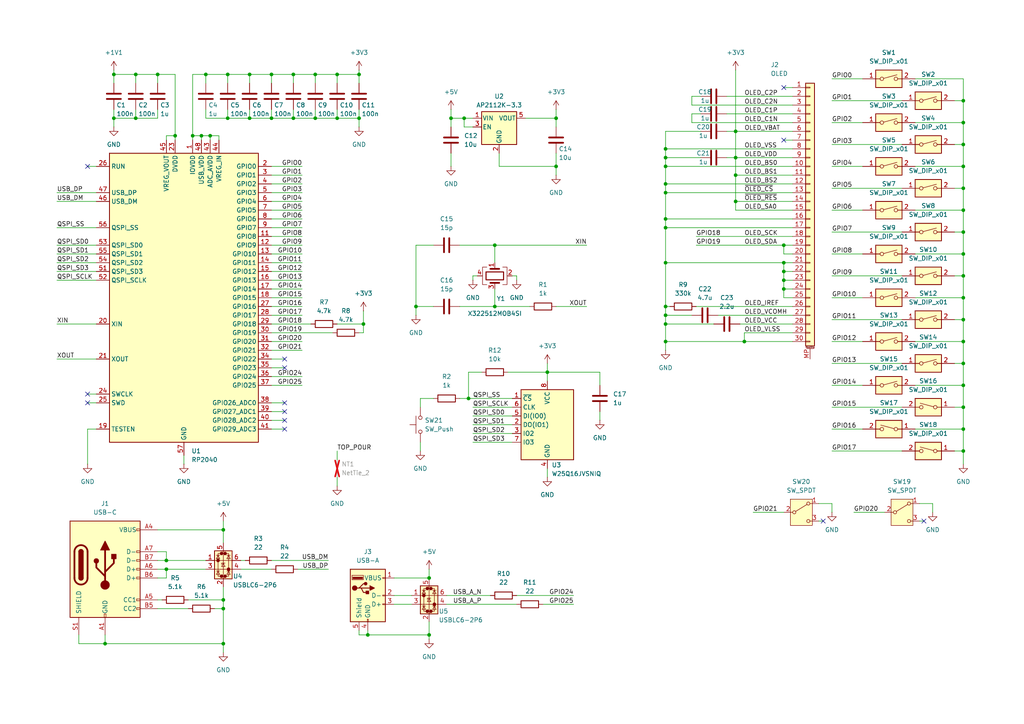
<source format=kicad_sch>
(kicad_sch (version 20231120) (generator "eeschema") (generator_version "8.0")
  (paper "A4")
  (junction (at 48.26 162.56))
  (junction (at 45.72 21.59))
  (junction (at 279.4 73.66))
  (junction (at 130.81 34.29))
  (junction (at 193.04 53.34))
  (junction (at 64.77 173.99))
  (junction (at 193.04 55.88))
  (junction (at 72.39 34.29))
  (junction (at 66.04 34.29))
  (junction (at 58.42 39.37))
  (junction (at 193.04 43.18))
  (junction (at 78.74 34.29))
  (junction (at 135.89 115.57))
  (junction (at 33.02 34.29))
  (junction (at 279.4 99.06))
  (junction (at 227.33 71.12))
  (junction (at 279.4 105.41))
  (junction (at 50.8 39.37))
  (junction (at 215.9 99.06))
  (junction (at 104.14 21.59))
  (junction (at 193.04 63.5))
  (junction (at 143.51 88.9))
  (junction (at 279.4 80.01))
  (junction (at 213.36 50.8))
  (junction (at 55.88 39.37))
  (junction (at 213.36 38.1))
  (junction (at 91.44 21.59))
  (junction (at 39.37 21.59))
  (junction (at 227.33 76.2))
  (junction (at 279.4 67.31))
  (junction (at 193.04 93.98))
  (junction (at 193.04 91.44))
  (junction (at 279.4 86.36))
  (junction (at 193.04 48.26))
  (junction (at 193.04 99.06))
  (junction (at 91.44 34.29))
  (junction (at 227.33 81.28))
  (junction (at 279.4 54.61))
  (junction (at 85.09 21.59))
  (junction (at 161.29 48.26))
  (junction (at 158.75 107.95))
  (junction (at 33.02 21.59))
  (junction (at 59.69 21.59))
  (junction (at 106.68 184.15))
  (junction (at 193.04 45.72))
  (junction (at 279.4 29.21))
  (junction (at 104.14 34.29))
  (junction (at 143.51 71.12))
  (junction (at 279.4 48.26))
  (junction (at 64.77 153.67))
  (junction (at 279.4 35.56))
  (junction (at 124.46 184.15))
  (junction (at 213.36 58.42))
  (junction (at 97.79 21.59))
  (junction (at 279.4 130.81))
  (junction (at 279.4 41.91))
  (junction (at 97.79 34.29))
  (junction (at 193.04 66.04))
  (junction (at 85.09 34.29))
  (junction (at 60.96 39.37))
  (junction (at 279.4 118.11))
  (junction (at 279.4 111.76))
  (junction (at 64.77 176.53))
  (junction (at 64.77 186.69))
  (junction (at 66.04 21.59))
  (junction (at 72.39 21.59))
  (junction (at 30.48 186.69))
  (junction (at 161.29 34.29))
  (junction (at 193.04 76.2))
  (junction (at 279.4 124.46))
  (junction (at 213.36 45.72))
  (junction (at 78.74 21.59))
  (junction (at 39.37 34.29))
  (junction (at 279.4 92.71))
  (junction (at 120.65 88.9))
  (junction (at 227.33 78.74))
  (junction (at 193.04 88.9))
  (junction (at 134.62 34.29))
  (junction (at 48.26 165.1))
  (junction (at 105.41 93.98))
  (junction (at 227.33 83.82))
  (junction (at 124.46 167.64))
  (junction (at 279.4 60.96))
  (no_connect (at 82.55 121.92))
  (no_connect (at 25.4 48.26))
  (no_connect (at 82.55 119.38))
  (no_connect (at 82.55 116.84))
  (no_connect (at 82.55 124.46))
  (no_connect (at 25.4 116.84))
  (no_connect (at 82.55 106.68))
  (no_connect (at 238.76 151.13))
  (no_connect (at 82.55 104.14))
  (no_connect (at 25.4 114.3))
  (no_connect (at 227.33 25.4))
  (no_connect (at 267.97 151.13))
  (no_connect (at 227.33 40.64))
  (wire (pts (xy 33.02 20.32) (xy 33.02 21.59)))
  (wire (pts (xy 16.51 76.2) (xy 27.94 76.2)))
  (wire (pts (xy 78.74 48.26) (xy 87.63 48.26)))
  (wire (pts (xy 134.62 36.83) (xy 134.62 34.29)))
  (wire (pts (xy 121.92 128.27) (xy 121.92 130.81)))
  (wire (pts (xy 241.3 54.61) (xy 261.62 54.61)))
  (wire (pts (xy 213.36 38.1) (xy 213.36 45.72)))
  (wire (pts (xy 72.39 21.59) (xy 78.74 21.59)))
  (wire (pts (xy 147.32 107.95) (xy 158.75 107.95)))
  (wire (pts (xy 78.74 66.04) (xy 87.63 66.04)))
  (wire (pts (xy 193.04 76.2) (xy 193.04 88.9)))
  (wire (pts (xy 200.66 27.94) (xy 200.66 30.48)))
  (wire (pts (xy 241.3 105.41) (xy 261.62 105.41)))
  (wire (pts (xy 276.86 80.01) (xy 279.4 80.01)))
  (wire (pts (xy 237.49 151.13) (xy 238.76 151.13)))
  (wire (pts (xy 241.3 67.31) (xy 261.62 67.31)))
  (wire (pts (xy 193.04 66.04) (xy 229.87 66.04)))
  (wire (pts (xy 227.33 86.36) (xy 229.87 86.36)))
  (wire (pts (xy 48.26 40.64) (xy 48.26 39.37)))
  (wire (pts (xy 72.39 21.59) (xy 72.39 24.13)))
  (wire (pts (xy 125.73 115.57) (xy 121.92 115.57)))
  (wire (pts (xy 241.3 41.91) (xy 261.62 41.91)))
  (wire (pts (xy 241.3 111.76) (xy 250.19 111.76)))
  (wire (pts (xy 276.86 54.61) (xy 279.4 54.61)))
  (wire (pts (xy 143.51 88.9) (xy 133.35 88.9)))
  (wire (pts (xy 193.04 53.34) (xy 229.87 53.34)))
  (wire (pts (xy 60.96 39.37) (xy 63.5 39.37)))
  (wire (pts (xy 133.35 115.57) (xy 135.89 115.57)))
  (wire (pts (xy 137.16 123.19) (xy 148.59 123.19)))
  (wire (pts (xy 279.4 111.76) (xy 279.4 105.41)))
  (wire (pts (xy 104.14 31.75) (xy 104.14 34.29)))
  (wire (pts (xy 193.04 76.2) (xy 227.33 76.2)))
  (wire (pts (xy 279.4 41.91) (xy 279.4 35.56)))
  (wire (pts (xy 45.72 160.02) (xy 48.26 160.02)))
  (wire (pts (xy 39.37 34.29) (xy 33.02 34.29)))
  (wire (pts (xy 114.3 172.72) (xy 119.38 172.72)))
  (wire (pts (xy 193.04 91.44) (xy 193.04 93.98)))
  (wire (pts (xy 85.09 34.29) (xy 78.74 34.29)))
  (wire (pts (xy 158.75 135.89) (xy 158.75 138.43)))
  (wire (pts (xy 229.87 73.66) (xy 227.33 73.66)))
  (wire (pts (xy 265.43 73.66) (xy 279.4 73.66)))
  (wire (pts (xy 105.41 90.17) (xy 105.41 93.98)))
  (wire (pts (xy 229.87 78.74) (xy 227.33 78.74)))
  (wire (pts (xy 161.29 31.75) (xy 161.29 34.29)))
  (wire (pts (xy 143.51 71.12) (xy 143.51 76.2)))
  (wire (pts (xy 158.75 107.95) (xy 158.75 110.49)))
  (wire (pts (xy 120.65 88.9) (xy 125.73 88.9)))
  (wire (pts (xy 137.16 125.73) (xy 148.59 125.73)))
  (wire (pts (xy 124.46 167.64) (xy 124.46 165.1)))
  (wire (pts (xy 104.14 184.15) (xy 106.68 184.15)))
  (wire (pts (xy 193.04 99.06) (xy 215.9 99.06)))
  (wire (pts (xy 66.04 21.59) (xy 72.39 21.59)))
  (wire (pts (xy 203.2 27.94) (xy 200.66 27.94)))
  (wire (pts (xy 78.74 34.29) (xy 72.39 34.29)))
  (wire (pts (xy 265.43 86.36) (xy 279.4 86.36)))
  (wire (pts (xy 241.3 60.96) (xy 250.19 60.96)))
  (wire (pts (xy 157.48 175.26) (xy 166.37 175.26)))
  (wire (pts (xy 227.33 71.12) (xy 229.87 71.12)))
  (wire (pts (xy 143.51 88.9) (xy 153.67 88.9)))
  (wire (pts (xy 97.79 21.59) (xy 104.14 21.59)))
  (wire (pts (xy 276.86 41.91) (xy 279.4 41.91)))
  (wire (pts (xy 213.36 50.8) (xy 213.36 58.42)))
  (wire (pts (xy 104.14 34.29) (xy 97.79 34.29)))
  (wire (pts (xy 78.74 91.44) (xy 87.63 91.44)))
  (wire (pts (xy 86.36 165.1) (xy 95.25 165.1)))
  (wire (pts (xy 213.36 45.72) (xy 229.87 45.72)))
  (wire (pts (xy 129.54 175.26) (xy 149.86 175.26)))
  (wire (pts (xy 137.16 118.11) (xy 148.59 118.11)))
  (wire (pts (xy 276.86 67.31) (xy 279.4 67.31)))
  (wire (pts (xy 64.77 151.13) (xy 64.77 153.67)))
  (wire (pts (xy 64.77 176.53) (xy 64.77 186.69)))
  (wire (pts (xy 97.79 34.29) (xy 91.44 34.29)))
  (wire (pts (xy 130.81 31.75) (xy 130.81 34.29)))
  (wire (pts (xy 78.74 124.46) (xy 82.55 124.46)))
  (wire (pts (xy 193.04 48.26) (xy 229.87 48.26)))
  (wire (pts (xy 130.81 34.29) (xy 134.62 34.29)))
  (wire (pts (xy 241.3 22.86) (xy 250.19 22.86)))
  (wire (pts (xy 193.04 38.1) (xy 193.04 43.18)))
  (wire (pts (xy 213.36 60.96) (xy 229.87 60.96)))
  (wire (pts (xy 48.26 160.02) (xy 48.26 162.56)))
  (wire (pts (xy 33.02 21.59) (xy 39.37 21.59)))
  (wire (pts (xy 241.3 99.06) (xy 250.19 99.06)))
  (wire (pts (xy 72.39 34.29) (xy 66.04 34.29)))
  (wire (pts (xy 78.74 71.12) (xy 87.63 71.12)))
  (wire (pts (xy 161.29 48.26) (xy 161.29 50.8)))
  (wire (pts (xy 78.74 78.74) (xy 87.63 78.74)))
  (wire (pts (xy 276.86 29.21) (xy 279.4 29.21)))
  (wire (pts (xy 137.16 120.65) (xy 148.59 120.65)))
  (wire (pts (xy 213.36 50.8) (xy 229.87 50.8)))
  (wire (pts (xy 135.89 107.95) (xy 135.89 115.57)))
  (wire (pts (xy 214.63 93.98) (xy 229.87 93.98)))
  (wire (pts (xy 213.36 58.42) (xy 229.87 58.42)))
  (wire (pts (xy 104.14 20.32) (xy 104.14 21.59)))
  (wire (pts (xy 143.51 83.82) (xy 143.51 88.9)))
  (wire (pts (xy 241.3 29.21) (xy 261.62 29.21)))
  (wire (pts (xy 78.74 31.75) (xy 78.74 34.29)))
  (wire (pts (xy 193.04 55.88) (xy 229.87 55.88)))
  (wire (pts (xy 279.4 130.81) (xy 279.4 124.46)))
  (wire (pts (xy 213.36 58.42) (xy 213.36 60.96)))
  (wire (pts (xy 69.85 162.56) (xy 71.12 162.56)))
  (wire (pts (xy 39.37 21.59) (xy 39.37 24.13)))
  (wire (pts (xy 58.42 39.37) (xy 55.88 39.37)))
  (wire (pts (xy 143.51 71.12) (xy 170.18 71.12)))
  (wire (pts (xy 16.51 104.14) (xy 27.94 104.14)))
  (wire (pts (xy 210.82 45.72) (xy 213.36 45.72)))
  (wire (pts (xy 241.3 118.11) (xy 261.62 118.11)))
  (wire (pts (xy 144.78 48.26) (xy 161.29 48.26)))
  (wire (pts (xy 265.43 99.06) (xy 279.4 99.06)))
  (wire (pts (xy 60.96 39.37) (xy 60.96 40.64)))
  (wire (pts (xy 45.72 31.75) (xy 45.72 34.29)))
  (wire (pts (xy 200.66 33.02) (xy 200.66 35.56)))
  (wire (pts (xy 152.4 34.29) (xy 161.29 34.29)))
  (wire (pts (xy 208.28 91.44) (xy 229.87 91.44)))
  (wire (pts (xy 137.16 80.01) (xy 137.16 81.28)))
  (wire (pts (xy 279.4 118.11) (xy 279.4 111.76)))
  (wire (pts (xy 200.66 35.56) (xy 229.87 35.56)))
  (wire (pts (xy 33.02 31.75) (xy 33.02 34.29)))
  (wire (pts (xy 241.3 130.81) (xy 261.62 130.81)))
  (wire (pts (xy 193.04 88.9) (xy 194.31 88.9)))
  (wire (pts (xy 120.65 71.12) (xy 125.73 71.12)))
  (wire (pts (xy 78.74 121.92) (xy 82.55 121.92)))
  (wire (pts (xy 265.43 124.46) (xy 279.4 124.46)))
  (wire (pts (xy 279.4 86.36) (xy 279.4 80.01)))
  (wire (pts (xy 104.14 34.29) (xy 104.14 36.83)))
  (wire (pts (xy 193.04 43.18) (xy 193.04 45.72)))
  (wire (pts (xy 215.9 96.52) (xy 215.9 99.06)))
  (wire (pts (xy 59.69 21.59) (xy 66.04 21.59)))
  (wire (pts (xy 161.29 48.26) (xy 161.29 44.45)))
  (wire (pts (xy 78.74 111.76) (xy 87.63 111.76)))
  (wire (pts (xy 193.04 48.26) (xy 193.04 53.34)))
  (wire (pts (xy 45.72 21.59) (xy 45.72 24.13)))
  (wire (pts (xy 78.74 116.84) (xy 82.55 116.84)))
  (wire (pts (xy 104.14 182.88) (xy 104.14 184.15)))
  (wire (pts (xy 148.59 80.01) (xy 149.86 80.01)))
  (wire (pts (xy 78.74 68.58) (xy 87.63 68.58)))
  (wire (pts (xy 114.3 175.26) (xy 119.38 175.26)))
  (wire (pts (xy 130.81 44.45) (xy 130.81 48.26)))
  (wire (pts (xy 78.74 88.9) (xy 87.63 88.9)))
  (wire (pts (xy 78.74 55.88) (xy 87.63 55.88)))
  (wire (pts (xy 193.04 66.04) (xy 193.04 63.5)))
  (wire (pts (xy 279.4 124.46) (xy 279.4 118.11)))
  (wire (pts (xy 78.74 106.68) (xy 82.55 106.68)))
  (wire (pts (xy 55.88 21.59) (xy 59.69 21.59)))
  (wire (pts (xy 45.72 21.59) (xy 50.8 21.59)))
  (wire (pts (xy 78.74 81.28) (xy 87.63 81.28)))
  (wire (pts (xy 30.48 186.69) (xy 64.77 186.69)))
  (wire (pts (xy 78.74 93.98) (xy 90.17 93.98)))
  (wire (pts (xy 279.4 134.62) (xy 279.4 130.81)))
  (wire (pts (xy 97.79 138.43) (xy 97.79 140.97)))
  (wire (pts (xy 218.44 148.59) (xy 227.33 148.59)))
  (wire (pts (xy 237.49 146.05) (xy 241.3 146.05)))
  (wire (pts (xy 91.44 21.59) (xy 91.44 24.13)))
  (wire (pts (xy 124.46 184.15) (xy 124.46 185.42)))
  (wire (pts (xy 241.3 73.66) (xy 250.19 73.66)))
  (wire (pts (xy 279.4 73.66) (xy 279.4 67.31)))
  (wire (pts (xy 72.39 31.75) (xy 72.39 34.29)))
  (wire (pts (xy 161.29 88.9) (xy 170.18 88.9)))
  (wire (pts (xy 78.74 73.66) (xy 87.63 73.66)))
  (wire (pts (xy 210.82 27.94) (xy 229.87 27.94)))
  (wire (pts (xy 64.77 153.67) (xy 64.77 157.48)))
  (wire (pts (xy 265.43 48.26) (xy 279.4 48.26)))
  (wire (pts (xy 106.68 182.88) (xy 106.68 184.15)))
  (wire (pts (xy 193.04 63.5) (xy 193.04 55.88)))
  (wire (pts (xy 227.33 76.2) (xy 229.87 76.2)))
  (wire (pts (xy 45.72 34.29) (xy 39.37 34.29)))
  (wire (pts (xy 144.78 44.45) (xy 144.78 48.26)))
  (wire (pts (xy 54.61 173.99) (xy 64.77 173.99)))
  (wire (pts (xy 241.3 80.01) (xy 261.62 80.01)))
  (wire (pts (xy 279.4 54.61) (xy 279.4 48.26)))
  (wire (pts (xy 78.74 63.5) (xy 87.63 63.5)))
  (wire (pts (xy 78.74 109.22) (xy 87.63 109.22)))
  (wire (pts (xy 78.74 83.82) (xy 87.63 83.82)))
  (wire (pts (xy 193.04 45.72) (xy 193.04 48.26)))
  (wire (pts (xy 78.74 76.2) (xy 87.63 76.2)))
  (wire (pts (xy 78.74 119.38) (xy 82.55 119.38)))
  (wire (pts (xy 59.69 31.75) (xy 59.69 34.29)))
  (wire (pts (xy 279.4 35.56) (xy 279.4 29.21)))
  (wire (pts (xy 201.93 71.12) (xy 227.33 71.12)))
  (wire (pts (xy 114.3 167.64) (xy 124.46 167.64)))
  (wire (pts (xy 227.33 25.4) (xy 229.87 25.4)))
  (wire (pts (xy 22.86 184.15) (xy 22.86 186.69)))
  (wire (pts (xy 22.86 186.69) (xy 30.48 186.69)))
  (wire (pts (xy 78.74 50.8) (xy 87.63 50.8)))
  (wire (pts (xy 25.4 116.84) (xy 27.94 116.84)))
  (wire (pts (xy 16.51 71.12) (xy 27.94 71.12)))
  (wire (pts (xy 58.42 39.37) (xy 60.96 39.37)))
  (wire (pts (xy 241.3 35.56) (xy 250.19 35.56)))
  (wire (pts (xy 120.65 91.44) (xy 120.65 88.9)))
  (wire (pts (xy 158.75 107.95) (xy 173.99 107.95)))
  (wire (pts (xy 135.89 115.57) (xy 148.59 115.57)))
  (wire (pts (xy 279.4 67.31) (xy 279.4 60.96)))
  (wire (pts (xy 39.37 31.75) (xy 39.37 34.29)))
  (wire (pts (xy 66.04 34.29) (xy 59.69 34.29)))
  (wire (pts (xy 78.74 21.59) (xy 85.09 21.59)))
  (wire (pts (xy 149.86 80.01) (xy 149.86 81.28)))
  (wire (pts (xy 213.36 50.8) (xy 213.36 45.72)))
  (wire (pts (xy 134.62 34.29) (xy 137.16 34.29)))
  (wire (pts (xy 85.09 31.75) (xy 85.09 34.29)))
  (wire (pts (xy 45.72 167.64) (xy 48.26 167.64)))
  (wire (pts (xy 50.8 39.37) (xy 50.8 40.64)))
  (wire (pts (xy 78.74 99.06) (xy 87.63 99.06)))
  (wire (pts (xy 78.74 58.42) (xy 87.63 58.42)))
  (wire (pts (xy 85.09 21.59) (xy 85.09 24.13)))
  (wire (pts (xy 158.75 105.41) (xy 158.75 107.95)))
  (wire (pts (xy 62.23 176.53) (xy 64.77 176.53)))
  (wire (pts (xy 227.33 81.28) (xy 227.33 83.82)))
  (wire (pts (xy 173.99 111.76) (xy 173.99 107.95)))
  (wire (pts (xy 50.8 21.59) (xy 50.8 39.37)))
  (wire (pts (xy 45.72 173.99) (xy 46.99 173.99)))
  (wire (pts (xy 16.51 58.42) (xy 27.94 58.42)))
  (wire (pts (xy 78.74 104.14) (xy 82.55 104.14)))
  (wire (pts (xy 25.4 134.62) (xy 25.4 124.46)))
  (wire (pts (xy 25.4 124.46) (xy 27.94 124.46)))
  (wire (pts (xy 137.16 128.27) (xy 148.59 128.27)))
  (wire (pts (xy 213.36 20.32) (xy 213.36 38.1)))
  (wire (pts (xy 16.51 93.98) (xy 27.94 93.98)))
  (wire (pts (xy 91.44 34.29) (xy 85.09 34.29)))
  (wire (pts (xy 241.3 124.46) (xy 250.19 124.46)))
  (wire (pts (xy 16.51 73.66) (xy 27.94 73.66)))
  (wire (pts (xy 104.14 96.52) (xy 105.41 96.52)))
  (wire (pts (xy 227.33 76.2) (xy 227.33 78.74)))
  (wire (pts (xy 58.42 40.64) (xy 58.42 39.37)))
  (wire (pts (xy 161.29 34.29) (xy 161.29 36.83)))
  (wire (pts (xy 215.9 96.52) (xy 229.87 96.52)))
  (wire (pts (xy 227.33 78.74) (xy 227.33 81.28)))
  (wire (pts (xy 193.04 45.72) (xy 203.2 45.72)))
  (wire (pts (xy 120.65 88.9) (xy 120.65 71.12)))
  (wire (pts (xy 276.86 130.81) (xy 279.4 130.81)))
  (wire (pts (xy 227.33 83.82) (xy 227.33 86.36)))
  (wire (pts (xy 104.14 21.59) (xy 104.14 24.13)))
  (wire (pts (xy 227.33 81.28) (xy 229.87 81.28)))
  (wire (pts (xy 276.86 92.71) (xy 279.4 92.71)))
  (wire (pts (xy 139.7 107.95) (xy 135.89 107.95)))
  (wire (pts (xy 201.93 68.58) (xy 229.87 68.58)))
  (wire (pts (xy 266.7 151.13) (xy 267.97 151.13)))
  (wire (pts (xy 91.44 31.75) (xy 91.44 34.29)))
  (wire (pts (xy 45.72 153.67) (xy 64.77 153.67)))
  (wire (pts (xy 91.44 21.59) (xy 97.79 21.59)))
  (wire (pts (xy 78.74 96.52) (xy 96.52 96.52)))
  (wire (pts (xy 137.16 36.83) (xy 134.62 36.83)))
  (wire (pts (xy 265.43 35.56) (xy 279.4 35.56)))
  (wire (pts (xy 16.51 81.28) (xy 27.94 81.28)))
  (wire (pts (xy 265.43 111.76) (xy 279.4 111.76)))
  (wire (pts (xy 200.66 91.44) (xy 193.04 91.44)))
  (wire (pts (xy 200.66 30.48) (xy 229.87 30.48)))
  (wire (pts (xy 78.74 86.36) (xy 87.63 86.36)))
  (wire (pts (xy 227.33 73.66) (xy 227.33 71.12)))
  (wire (pts (xy 193.04 66.04) (xy 193.04 76.2)))
  (wire (pts (xy 78.74 101.6) (xy 87.63 101.6)))
  (wire (pts (xy 279.4 29.21) (xy 279.4 22.86)))
  (wire (pts (xy 276.86 118.11) (xy 279.4 118.11)))
  (wire (pts (xy 97.79 21.59) (xy 97.79 24.13)))
  (wire (pts (xy 64.77 186.69) (xy 64.77 189.23)))
  (wire (pts (xy 193.04 43.18) (xy 229.87 43.18)))
  (wire (pts (xy 45.72 176.53) (xy 54.61 176.53)))
  (wire (pts (xy 193.04 53.34) (xy 193.04 55.88)))
  (wire (pts (xy 25.4 114.3) (xy 27.94 114.3)))
  (wire (pts (xy 279.4 92.71) (xy 279.4 86.36)))
  (wire (pts (xy 193.04 91.44) (xy 193.04 88.9)))
  (wire (pts (xy 97.79 130.81) (xy 97.79 133.35)))
  (wire (pts (xy 30.48 184.15) (xy 30.48 186.69)))
  (wire (pts (xy 69.85 165.1) (xy 78.74 165.1)))
  (wire (pts (xy 106.68 184.15) (xy 124.46 184.15)))
  (wire (pts (xy 48.26 167.64) (xy 48.26 165.1)))
  (wire (pts (xy 105.41 96.52) (xy 105.41 93.98)))
  (wire (pts (xy 53.34 132.08) (xy 53.34 134.62)))
  (wire (pts (xy 247.65 148.59) (xy 256.54 148.59)))
  (wire (pts (xy 241.3 146.05) (xy 241.3 148.59)))
  (wire (pts (xy 97.79 93.98) (xy 105.41 93.98)))
  (wire (pts (xy 173.99 121.92) (xy 173.99 119.38)))
  (wire (pts (xy 133.35 71.12) (xy 143.51 71.12)))
  (wire (pts (xy 97.79 31.75) (xy 97.79 34.29)))
  (wire (pts (xy 279.4 105.41) (xy 279.4 99.06)))
  (wire (pts (xy 130.81 34.29) (xy 130.81 36.83)))
  (wire (pts (xy 66.04 21.59) (xy 66.04 24.13)))
  (wire (pts (xy 279.4 99.06) (xy 279.4 92.71)))
  (wire (pts (xy 66.04 31.75) (xy 66.04 34.29)))
  (wire (pts (xy 124.46 180.34) (xy 124.46 184.15)))
  (wire (pts (xy 55.88 21.59) (xy 55.88 39.37)))
  (wire (pts (xy 129.54 172.72) (xy 142.24 172.72)))
  (wire (pts (xy 203.2 38.1) (xy 193.04 38.1)))
  (wire (pts (xy 78.74 162.56) (xy 95.25 162.56)))
  (wire (pts (xy 45.72 165.1) (xy 48.26 165.1)))
  (wire (pts (xy 266.7 146.05) (xy 270.51 146.05)))
  (wire (pts (xy 121.92 115.57) (xy 121.92 118.11)))
  (wire (pts (xy 279.4 22.86) (xy 265.43 22.86)))
  (wire (pts (xy 39.37 21.59) (xy 45.72 21.59)))
  (wire (pts (xy 78.74 21.59) (xy 78.74 24.13)))
  (wire (pts (xy 279.4 80.01) (xy 279.4 73.66)))
  (wire (pts (xy 279.4 60.96) (xy 279.4 54.61)))
  (wire (pts (xy 33.02 34.29) (xy 33.02 36.83)))
  (wire (pts (xy 55.88 39.37) (xy 55.88 40.64)))
  (wire (pts (xy 227.33 40.64) (xy 229.87 40.64)))
  (wire (pts (xy 16.51 55.88) (xy 27.94 55.88)))
  (wire (pts (xy 201.93 88.9) (xy 229.87 88.9)))
  (wire (pts (xy 193.04 99.06) (xy 193.04 101.6)))
  (wire (pts (xy 78.74 53.34) (xy 87.63 53.34)))
  (wire (pts (xy 270.51 146.05) (xy 270.51 148.59)))
  (wire (pts (xy 63.5 39.37) (xy 63.5 40.64)))
  (wire (pts (xy 25.4 48.26) (xy 27.94 48.26)))
  (wire (pts (xy 33.02 21.59) (xy 33.02 24.13)))
  (wire (pts (xy 64.77 170.18) (xy 64.77 173.99)))
  (wire (pts (xy 48.26 165.1) (xy 59.69 165.1)))
  (wire (pts (xy 227.33 83.82) (xy 229.87 83.82)))
  (wire (pts (xy 48.26 39.37) (xy 50.8 39.37)))
  (wire (pts (xy 16.51 78.74) (xy 27.94 78.74)))
  (wire (pts (xy 16.51 66.04) (xy 27.94 66.04)))
  (wire (pts (xy 210.82 38.1) (xy 213.36 38.1)))
  (wire (pts (xy 45.72 162.56) (xy 48.26 162.56)))
  (wire (pts (xy 78.74 60.96) (xy 87.63 60.96)))
  (wire (pts (xy 193.04 63.5) (xy 229.87 63.5)))
  (wire (pts (xy 203.2 33.02) (xy 200.66 33.02)))
  (wire (pts (xy 85.09 21.59) (xy 91.44 21.59)))
  (wire (pts (xy 210.82 33.02) (xy 229.87 33.02)))
  (wire (pts (xy 265.43 60.96) (xy 279.4 60.96)))
  (wire (pts (xy 64.77 173.99) (xy 64.77 176.53)))
  (wire (pts (xy 48.26 162.56) (xy 59.69 162.56)))
  (wire (pts (xy 138.43 80.01) (xy 137.16 80.01)))
  (wire (pts (xy 276.86 105.41) (xy 279.4 105.41)))
  (wire (pts (xy 241.3 92.71) (xy 261.62 92.71)))
  (wire (pts (xy 213.36 38.1) (xy 229.87 38.1)))
  (wire (pts (xy 279.4 48.26) (xy 279.4 41.91)))
  (wire (pts (xy 215.9 99.06) (xy 229.87 99.06)))
  (wire (pts (xy 149.86 172.72) (xy 166.37 172.72)))
  (wire (pts (xy 59.69 21.59) (xy 59.69 24.13)))
  (wire (pts (xy 193.04 93.98) (xy 193.04 99.06)))
  (wire (pts (xy 193.04 93.98) (xy 207.01 93.98)))
  (wire (pts (xy 241.3 86.36) (xy 250.19 86.36)))
  (wire (pts (xy 241.3 48.26) (xy 250.19 48.26)))
  (label "GPIO1" (at 241.3 29.21 0))
  (label "OLED_BS0" (at 215.9 48.26 0))
  (label "GPIO8" (at 87.63 68.58 180))
  (label "OLED_C2N" (at 215.9 30.48 0))
  (label "~{OLED_CS}" (at 215.9 55.88 0))
  (label "GPIO5" (at 87.63 60.96 180))
  (label "GPIO13" (at 87.63 81.28 180))
  (label "XOUT" (at 16.51 104.14 0))
  (label "GPIO2" (at 87.63 53.34 180))
  (label "OLED_VDD" (at 215.9 45.72 0))
  (label "QSPI_SD3" (at 137.16 128.27 0))
  (label "QSPI_SCLK" (at 16.51 81.28 0))
  (label "GPIO13" (at 241.3 105.41 0))
  (label "XIN" (at 170.18 71.12 180))
  (label "GPIO19" (at 201.93 71.12 0))
  (label "USB_DM" (at 16.51 58.42 0))
  (label "GPIO9" (at 87.63 71.12 180))
  (label "GPIO2" (at 241.3 35.56 0))
  (label "OLED_VBAT" (at 215.9 38.1 0))
  (label "GPIO17" (at 241.3 130.81 0))
  (label "GPIO18" (at 87.63 93.98 180))
  (label "QSPI_SD2" (at 137.16 125.73 0))
  (label "QSPI_SD1" (at 16.51 73.66 0))
  (label "GPIO19" (at 87.63 96.52 180))
  (label "QSPI_SS" (at 137.16 115.57 0))
  (label "GPIO20" (at 247.65 148.59 0))
  (label "GPIO0" (at 241.3 22.86 0))
  (label "GPIO4" (at 87.63 58.42 180))
  (label "GPIO12" (at 87.63 78.74 180))
  (label "QSPI_SCLK" (at 137.16 118.11 0))
  (label "OLED_C1P" (at 215.9 33.02 0))
  (label "GPIO6" (at 87.63 63.5 180))
  (label "GPIO8" (at 241.3 73.66 0))
  (label "GPIO4" (at 241.3 48.26 0))
  (label "USB_A_P" (at 139.7 175.26 180))
  (label "QSPI_SD2" (at 16.51 76.2 0))
  (label "GPIO16" (at 87.63 88.9 180))
  (label "XOUT" (at 170.18 88.9 180))
  (label "OLED_BS2" (at 215.9 53.34 0))
  (label "GPIO3" (at 87.63 55.88 180))
  (label "USB_DP" (at 16.51 55.88 0))
  (label "USB_A_N" (at 139.7 172.72 180))
  (label "GPIO10" (at 241.3 86.36 0))
  (label "GPIO18" (at 201.93 68.58 0))
  (label "GPIO1" (at 87.63 50.8 180))
  (label "QSPI_SD0" (at 16.51 71.12 0))
  (label "GPIO14" (at 87.63 83.82 180))
  (label "OLED_SDA" (at 215.9 71.12 0))
  (label "GPIO21" (at 87.63 101.6 180))
  (label "GPIO15" (at 87.63 86.36 180))
  (label "USB_DM" (at 95.25 162.56 180))
  (label "GPIO17" (at 87.63 91.44 180))
  (label "GPIO10" (at 87.63 73.66 180))
  (label "GPIO9" (at 241.3 80.01 0))
  (label "GPIO25" (at 87.63 111.76 180))
  (label "TOP_POUR" (at 97.79 130.81 0))
  (label "GPIO11" (at 241.3 92.71 0))
  (label "OLED_BS1" (at 215.9 50.8 0))
  (label "GPIO3" (at 241.3 41.91 0))
  (label "XIN" (at 16.51 93.98 0))
  (label "OLED_VSS" (at 215.9 43.18 0))
  (label "OLED_VCOMH" (at 215.9 91.44 0))
  (label "OLED_SCK" (at 215.9 68.58 0))
  (label "GPIO11" (at 87.63 76.2 180))
  (label "GPIO21" (at 218.44 148.59 0))
  (label "GPIO5" (at 241.3 54.61 0))
  (label "GPIO0" (at 87.63 48.26 180))
  (label "GPIO14" (at 241.3 111.76 0))
  (label "OLED_VCC" (at 215.9 93.98 0))
  (label "GPIO15" (at 241.3 118.11 0))
  (label "OLED_C1N" (at 215.9 35.56 0))
  (label "GPIO24" (at 166.37 172.72 180))
  (label "OLED_VLSS" (at 215.9 96.52 0))
  (label "USB_DP" (at 95.25 165.1 180))
  (label "QSPI_SS" (at 16.51 66.04 0))
  (label "GPIO7" (at 87.63 66.04 180))
  (label "OLED_IREF" (at 215.9 88.9 0))
  (label "OLED_SA0" (at 215.9 60.96 0))
  (label "QSPI_SD1" (at 137.16 123.19 0))
  (label "GPIO7" (at 241.3 67.31 0))
  (label "~{OLED_RES}" (at 215.9 58.42 0))
  (label "OLED_C2P" (at 215.9 27.94 0))
  (label "GPIO25" (at 166.37 175.26 180))
  (label "GPIO16" (at 241.3 124.46 0))
  (label "GPIO24" (at 87.63 109.22 180))
  (label "GPIO20" (at 87.63 99.06 180))
  (label "GPIO12" (at 241.3 99.06 0))
  (label "QSPI_SD3" (at 16.51 78.74 0))
  (label "GPIO6" (at 241.3 60.96 0))
  (label "QSPI_SD0" (at 137.16 120.65 0))
  (symbol (lib_id "Device:C") (at 207.01 38.1 90) (unit 1)
    (property "Reference" "C20" (at 203.962 36.83 90))
    (property "Value" "1u" (at 203.962 39.37 90))
    (property "Footprint" "Capacitor_SMD:C_0402_1005Metric" (effects (hide yes)))
    (property "Description" "Unpolarized capacitor" (effects (hide yes)))
    (property "LCSC" "C52923" (effects (hide yes)))
  )
  (symbol (lib_id "power:GND") (at 279.4 134.62 0) (unit 1)
    (property "Reference" "#PWR01" (effects (hide yes)))
    (property "Value" "GND" (at 279.4 139.7 0))
    (property "Description" "Power symbol creates a global label with name \"GND\" , ground" (effects (hide yes)))
  )
  (symbol (lib_id "Device:C") (at 129.54 88.9 90) (unit 1)
    (property "Reference" "C16" (at 129.54 81.28 90))
    (property "Value" "15p" (at 129.54 83.82 90))
    (property "Footprint" "Capacitor_SMD:C_0402_1005Metric" (effects (hide yes)))
    (property "Description" "Unpolarized capacitor" (effects (hide yes)))
    (property "LCSC" "C1548" (effects (hide yes)))
  )
  (symbol (lib_id "Device:C") (at 85.09 27.94 0) (unit 1)
    (property "Reference" "C8" (at 85.852 30.48 0) (effects (justify left)))
    (property "Value" "100n" (at 85.852 33.02 0) (effects (justify left)))
    (property "Footprint" "Capacitor_SMD:C_0402_1005Metric" (effects (hide yes)))
    (property "Description" "Unpolarized capacitor" (effects (hide yes)))
    (property "LCSC" "C1525" (effects (hide yes)))
  )
  (symbol (lib_id "Switch:SW_DIP_x01") (at 257.81 73.66 0) (unit 1)
    (property "Reference" "SW9" (at 257.81 66.04 0))
    (property "Value" "SW_DIP_x01" (at 257.81 68.58 0))
    (property "Footprint" "proj:SW_Hotswap_Kailh_Choc_V1V2" (effects (hide yes)))
    (property "Description" "1x DIP Switch, Single Pole Single Throw (SPST) switch, small symbol" (effects (hide yes)))
    (property "LCSC" "C5333465" (effects (hide yes)))
  )
  (symbol (lib_id "Device:C") (at 129.54 71.12 90) (unit 1)
    (property "Reference" "C15" (at 129.54 63.5 90))
    (property "Value" "15p" (at 129.54 66.04 90))
    (property "Footprint" "Capacitor_SMD:C_0402_1005Metric" (effects (hide yes)))
    (property "Description" "Unpolarized capacitor" (effects (hide yes)))
    (property "LCSC" "C1548" (effects (hide yes)))
  )
  (symbol (lib_id "Device:R") (at 93.98 93.98 270) (unit 1)
    (property "Reference" "R7" (at 93.98 87.63 90))
    (property "Value" "4.7k" (at 93.98 90.17 90))
    (property "Footprint" "Resistor_SMD:R_0402_1005Metric" (effects (hide yes)))
    (property "Description" "Resistor" (effects (hide yes)))
    (property "LCSC" "C25900" (effects (hide yes)))
  )
  (symbol (lib_id "Connector:USB_A") (at 106.68 172.72 0) (unit 1)
    (property "Reference" "J3" (at 106.68 160.02 0))
    (property "Value" "USB-A" (at 106.68 162.56 0))
    (property "Footprint" "proj:USB-A-SMD_8-5-CB1-9ZB" (effects (hide yes)))
    (property "Datasheet" " ~" (effects (hide yes)))
    (property "Description" "USB Type A connector" (effects (hide yes)))
    (property "LCSC" "C6331170" (effects (hide yes)))
  )
  (symbol (lib_id "Device:R") (at 82.55 165.1 90) (unit 1)
    (property "Reference" "R4" (at 82.55 158.75 90))
    (property "Value" "22" (at 82.55 161.29 90))
    (property "Footprint" "Resistor_SMD:R_0402_1005Metric" (effects (hide yes)))
    (property "Description" "Resistor" (effects (hide yes)))
    (property "LCSC" "C25092" (effects (hide yes)))
  )
  (symbol (lib_id "Device:R") (at 129.54 115.57 90) (unit 1)
    (property "Reference" "R2" (at 129.54 109.22 90))
    (property "Value" "1k" (at 129.54 111.76 90))
    (property "Footprint" "Resistor_SMD:R_0402_1005Metric" (effects (hide yes)))
    (property "Description" "Resistor" (effects (hide yes)))
    (property "LCSC" "C11702" (effects (hide yes)))
  )
  (symbol (lib_id "Switch:SW_DIP_x01") (at 269.24 130.81 0) (mirror y) (unit 1)
    (property "Reference" "SW18" (at 269.24 123.19 0))
    (property "Value" "SW_DIP_x01" (at 269.24 125.73 0))
    (property "Footprint" "proj:SW_Hotswap_Kailh_Choc_V1V2" (effects (hide yes)))
    (property "Description" "1x DIP Switch, Single Pole Single Throw (SPST) switch, small symbol" (effects (hide yes)))
    (property "LCSC" "C5333465" (effects (hide yes)))
  )
  (symbol (lib_id "power:GND") (at 33.02 36.83 0) (unit 1)
    (property "Reference" "#PWR05" (effects (hide yes)))
    (property "Value" "GND" (at 33.02 41.91 0))
    (property "Description" "Power symbol creates a global label with name \"GND\" , ground" (effects (hide yes)))
  )
  (symbol (lib_id "Device:NetTie_2") (at 97.79 135.89 90) (unit 1) (in_bom no) (dnp yes)
    (property "Reference" "NT1" (at 99.06 134.6199 90) (effects (justify right)))
    (property "Value" "NetTie_2" (at 99.06 137.1599 90) (effects (justify right)))
    (property "Footprint" "NetTie:NetTie-2_SMD_Pad0.5mm" (effects (hide yes)))
    (property "Description" "Net tie, 2 pins" (effects (hide yes)))
  )
  (symbol (lib_id "Switch:SW_DIP_x01") (at 269.24 80.01 0) (unit 1)
    (property "Reference" "SW10" (at 269.24 72.39 0))
    (property "Value" "SW_DIP_x01" (at 269.24 74.93 0))
    (property "Footprint" "proj:SW_Hotswap_Kailh_Choc_V1V2" (effects (hide yes)))
    (property "Description" "1x DIP Switch, Single Pole Single Throw (SPST) switch, small symbol" (effects (hide yes)))
    (property "LCSC" "C5333465" (effects (hide yes)))
  )
  (symbol (lib_id "Device:R") (at 50.8 173.99 90) (unit 1)
    (property "Reference" "R5" (at 50.8 167.64 90))
    (property "Value" "5.1k" (at 50.8 170.18 90))
    (property "Footprint" "Resistor_SMD:R_0402_1005Metric" (effects (hide yes)))
    (property "Description" "Resistor" (effects (hide yes)))
    (property "LCSC" "C25905" (effects (hide yes)))
  )
  (symbol (lib_id "Switch:SW_DIP_x01") (at 257.81 111.76 0) (unit 1)
    (property "Reference" "SW15" (at 257.81 104.14 0))
    (property "Value" "SW_DIP_x01" (at 257.81 106.68 0))
    (property "Footprint" "proj:SW_Hotswap_Kailh_Choc_V1V2" (effects (hide yes)))
    (property "Description" "1x DIP Switch, Single Pole Single Throw (SPST) switch, small symbol" (effects (hide yes)))
    (property "LCSC" "C5333465" (effects (hide yes)))
  )
  (symbol (lib_id "Device:C") (at 161.29 40.64 0) (unit 1)
    (property "Reference" "C14" (at 162.052 43.18 0) (effects (justify left)))
    (property "Value" "10u" (at 162.052 45.72 0) (effects (justify left)))
    (property "Footprint" "Capacitor_SMD:C_0805_2012Metric" (effects (hide yes)))
    (property "Description" "Unpolarized capacitor" (effects (hide yes)))
    (property "LCSC" "C15850" (effects (hide yes)))
  )
  (symbol (lib_id "Switch:SW_DIP_x01") (at 257.81 48.26 0) (unit 1)
    (property "Reference" "SW5" (at 257.81 40.64 0))
    (property "Value" "SW_DIP_x01" (at 257.81 43.18 0))
    (property "Footprint" "proj:SW_Hotswap_Kailh_Choc_V1V2" (effects (hide yes)))
    (property "Description" "1x DIP Switch, Single Pole Single Throw (SPST) switch, small symbol" (effects (hide yes)))
    (property "LCSC" "C5333465" (effects (hide yes)))
  )
  (symbol (lib_id "power:GND") (at 130.81 48.26 0) (unit 1)
    (property "Reference" "#PWR011" (effects (hide yes)))
    (property "Value" "GND" (at 130.81 53.34 0))
    (property "Description" "Power symbol creates a global label with name \"GND\" , ground" (effects (hide yes)))
  )
  (symbol (lib_id "Memory_Flash:W25Q128JVS") (at 158.75 123.19 0) (unit 1)
    (property "Reference" "U3" (at 160.02 134.874 0) (effects (justify left)))
    (property "Value" "W25Q16JVSNIQ" (at 160.02 137.414 0) (effects (justify left)))
    (property "Footprint" "Package_SO:SOIC-8_3.9x4.9mm_P1.27mm" (effects (hide yes)))
    (property "Datasheet" "http://www.winbond.com/resource-files/w25q128jv_dtr%20revc%2003272018%20plus.pdf" (effects (hide yes)))
    (property "Description" "128Mb Serial Flash Memory, Standard/Dual/Quad SPI, SOIC-8" (effects (hide yes)))
    (property "LCSC" "C2456211" (effects (hide yes)))
  )
  (symbol (lib_id "power:+3V3") (at 213.36 20.32 0) (unit 1)
    (property "Reference" "#PWR022" (effects (hide yes)))
    (property "Value" "+3V3" (at 213.36 15.24 0))
    (property "Description" "Power symbol creates a global label with name \"+3V3\"" (effects (hide yes)))
  )
  (symbol (lib_id "Switch:SW_DIP_x01") (at 257.81 86.36 0) (unit 1)
    (property "Reference" "SW11" (at 257.81 78.74 0))
    (property "Value" "SW_DIP_x01" (at 257.81 81.28 0))
    (property "Footprint" "proj:SW_Hotswap_Kailh_Choc_V1V2" (effects (hide yes)))
    (property "Description" "1x DIP Switch, Single Pole Single Throw (SPST) switch, small symbol" (effects (hide yes)))
    (property "LCSC" "C5333465" (effects (hide yes)))
  )
  (symbol (lib_id "Connector:USB_C_Receptacle_USB2.0_14P") (at 30.48 165.1 0) (unit 1)
    (property "Reference" "J1" (at 30.48 146.05 0))
    (property "Value" "USB-C" (at 30.48 148.59 0))
    (property "Footprint" "proj:USB_C_Receptacle_XKB_U262-16XN-4BVC11" (effects (hide yes)))
    (property "Datasheet" "https://www.usb.org/sites/default/files/documents/usb_type-c.zip" (effects (hide yes)))
    (property "Description" "USB 2.0-only 14P Type-C Receptacle connector" (effects (hide yes)))
    (property "LCSC" "C319148" (effects (hide yes)))
  )
  (symbol (lib_id "power:+5V") (at 130.81 31.75 0) (unit 1)
    (property "Reference" "#PWR09" (effects (hide yes)))
    (property "Value" "+5V" (at 130.81 26.67 0))
    (property "Description" "Power symbol creates a global label with name \"+5V\"" (effects (hide yes)))
  )
  (symbol (lib_id "Device:C") (at 78.74 27.94 0) (unit 1)
    (property "Reference" "C7" (at 79.502 30.48 0) (effects (justify left)))
    (property "Value" "100n" (at 79.502 33.02 0) (effects (justify left)))
    (property "Footprint" "Capacitor_SMD:C_0402_1005Metric" (effects (hide yes)))
    (property "Description" "Unpolarized capacitor" (effects (hide yes)))
    (property "LCSC" "C1525" (effects (hide yes)))
  )
  (symbol (lib_id "power:+3V3") (at 161.29 31.75 0) (unit 1)
    (property "Reference" "#PWR010" (effects (hide yes)))
    (property "Value" "+3V3" (at 161.29 26.67 0))
    (property "Description" "Power symbol creates a global label with name \"+3V3\"" (effects (hide yes)))
  )
  (symbol (lib_id "Device:C") (at 210.82 93.98 90) (unit 1)
    (property "Reference" "C23" (at 210.82 86.36 90))
    (property "Value" "2.2u" (at 210.82 88.9 90))
    (property "Footprint" "Capacitor_SMD:C_0805_2012Metric" (effects (hide yes)))
    (property "Description" "Unpolarized capacitor" (effects (hide yes)))
    (property "LCSC" "C377773" (effects (hide yes)))
  )
  (symbol (lib_id "power:GND") (at 270.51 148.59 0) (unit 1)
    (property "Reference" "#PWR02" (effects (hide yes)))
    (property "Value" "GND" (at 270.51 153.67 0))
    (property "Description" "Power symbol creates a global label with name \"GND\" , ground" (effects (hide yes)))
  )
  (symbol (lib_id "power:GND") (at 97.79 140.97 0) (unit 1)
    (property "Reference" "#PWR028" (effects (hide yes)))
    (property "Value" "GND" (at 97.79 146.05 0))
    (property "Description" "Power symbol creates a global label with name \"GND\" , ground" (effects (hide yes)))
  )
  (symbol (lib_id "Switch:SW_DIP_x01") (at 257.81 124.46 0) (mirror y) (unit 1)
    (property "Reference" "SW17" (at 257.81 116.84 0))
    (property "Value" "SW_DIP_x01" (at 257.81 119.38 0))
    (property "Footprint" "proj:SW_Hotswap_Kailh_Choc_V1V2" (effects (hide yes)))
    (property "Description" "1x DIP Switch, Single Pole Single Throw (SPST) switch, small symbol" (effects (hide yes)))
    (property "LCSC" "C5333465" (effects (hide yes)))
  )
  (symbol (lib_id "power:GND") (at 161.29 50.8 0) (unit 1)
    (property "Reference" "#PWR012" (effects (hide yes)))
    (property "Value" "GND" (at 161.29 55.88 0))
    (property "Description" "Power symbol creates a global label with name \"GND\" , ground" (effects (hide yes)))
  )
  (symbol (lib_id "Switch:SW_DIP_x01") (at 269.24 54.61 0) (unit 1)
    (property "Reference" "SW6" (at 269.24 46.99 0))
    (property "Value" "SW_DIP_x01" (at 269.24 49.53 0))
    (property "Footprint" "proj:SW_Hotswap_Kailh_Choc_V1V2" (effects (hide yes)))
    (property "Description" "1x DIP Switch, Single Pole Single Throw (SPST) switch, small symbol" (effects (hide yes)))
    (property "LCSC" "C5333465" (effects (hide yes)))
  )
  (symbol (lib_id "power:GND") (at 137.16 81.28 0) (unit 1)
    (property "Reference" "#PWR013" (effects (hide yes)))
    (property "Value" "GND" (at 137.16 86.36 0))
    (property "Description" "Power symbol creates a global label with name \"GND\" , ground" (effects (hide yes)))
  )
  (symbol (lib_id "power:+3V3") (at 104.14 20.32 0) (unit 1)
    (property "Reference" "#PWR04" (effects (hide yes)))
    (property "Value" "+3V3" (at 104.14 15.24 0))
    (property "Description" "Power symbol creates a global label with name \"+3V3\"" (effects (hide yes)))
  )
  (symbol (lib_id "Switch:SW_DIP_x01") (at 269.24 92.71 0) (unit 1)
    (property "Reference" "SW12" (at 269.24 85.09 0))
    (property "Value" "SW_DIP_x01" (at 269.24 87.63 0))
    (property "Footprint" "proj:SW_Hotswap_Kailh_Choc_V1V2" (effects (hide yes)))
    (property "Description" "1x DIP Switch, Single Pole Single Throw (SPST) switch, small symbol" (effects (hide yes)))
    (property "LCSC" "C5333465" (effects (hide yes)))
  )
  (symbol (lib_id "Regulator_Linear:AP2112K-3.3") (at 144.78 36.83 0) (unit 1)
    (property "Reference" "U2" (at 144.78 27.94 0))
    (property "Value" "AP2112K-3.3" (at 144.78 30.48 0))
    (property "Footprint" "Package_TO_SOT_SMD:SOT-23-5" (effects (hide yes)))
    (property "Datasheet" "https://www.diodes.com/assets/Datasheets/AP2112.pdf" (effects (hide yes)))
    (property "Description" "600mA low dropout linear regulator, with enable pin, 3.8V-6V input voltage range, 3.3V fixed positive output, SOT-23-5" (effects (hide yes)))
    (property "LCSC" "C51118" (effects (hide yes)))
  )
  (symbol (lib_id "power:GND") (at 120.65 91.44 0) (unit 1)
    (property "Reference" "#PWR015" (effects (hide yes)))
    (property "Value" "GND" (at 120.65 96.52 0))
    (property "Description" "Power symbol creates a global label with name \"GND\" , ground" (effects (hide yes)))
  )
  (symbol (lib_id "Device:R") (at 143.51 107.95 90) (unit 1)
    (property "Reference" "R12" (at 143.51 101.6 90))
    (property "Value" "10k" (at 143.51 104.14 90))
    (property "Footprint" "Resistor_SMD:R_0402_1005Metric" (effects (hide yes)))
    (property "Description" "Resistor" (effects (hide yes)))
    (property "LCSC" "C25744" (effects (hide yes)))
  )
  (symbol (lib_id "power:GND") (at 25.4 134.62 0) (unit 1)
    (property "Reference" "#PWR07" (effects (hide yes)))
    (property "Value" "GND" (at 25.4 139.7 0))
    (property "Description" "Power symbol creates a global label with name \"GND\" , ground" (effects (hide yes)))
  )
  (symbol (lib_id "power:+1V1") (at 33.02 20.32 0) (unit 1)
    (property "Reference" "#PWR03" (effects (hide yes)))
    (property "Value" "+1V1" (at 33.02 15.24 0))
    (property "Description" "Power symbol creates a global label with name \"+1V1\"" (effects (hide yes)))
  )
  (symbol (lib_id "Switch:SW_DIP_x01") (at 269.24 118.11 0) (mirror y) (unit 1)
    (property "Reference" "SW16" (at 269.24 110.49 0))
    (property "Value" "SW_DIP_x01" (at 269.24 113.03 0))
    (property "Footprint" "proj:SW_Hotswap_Kailh_Choc_V1V2" (effects (hide yes)))
    (property "Description" "1x DIP Switch, Single Pole Single Throw (SPST) switch, small symbol" (effects (hide yes)))
    (property "LCSC" "C5333465" (effects (hide yes)))
  )
  (symbol (lib_id "power:+5V") (at 124.46 165.1 0) (unit 1)
    (property "Reference" "#PWR025" (effects (hide yes)))
    (property "Value" "+5V" (at 124.46 160.02 0))
    (property "Description" "Power symbol creates a global label with name \"+5V\"" (effects (hide yes)))
  )
  (symbol (lib_id "power:+5V") (at 64.77 151.13 0) (unit 1)
    (property "Reference" "#PWR020" (effects (hide yes)))
    (property "Value" "+5V" (at 64.77 146.05 0))
    (property "Description" "Power symbol creates a global label with name \"+5V\"" (effects (hide yes)))
  )
  (symbol (lib_id "Connector_Generic_MountingPin:Conn_01x30_MountingPin") (at 234.95 60.96 0) (unit 1)
    (property "Reference" "J2" (at 223.52 18.796 0) (effects (justify left)))
    (property "Value" "OLED" (at 223.52 21.336 0) (effects (justify left)))
    (property "Footprint" "proj:FPC-SMD_30P-P0.50_HDGC_0.5K-BS-30PWB" (effects (hide yes)))
    (property "Description" "Generic connectable mounting pin connector, single row, 01x30, script generated (kicad-library-utils/schlib/autogen/connector/)" (effects (hide yes)))
    (property "LCSC" "C2915410" (effects (hide yes)))
  )
  (symbol (lib_id "Switch:SW_DIP_x01") (at 257.81 99.06 0) (unit 1)
    (property "Reference" "SW13" (at 257.81 91.44 0))
    (property "Value" "SW_DIP_x01" (at 257.81 93.98 0))
    (property "Footprint" "proj:SW_Hotswap_Kailh_Choc_V1V2" (effects (hide yes)))
    (property "Description" "1x DIP Switch, Single Pole Single Throw (SPST) switch, small symbol" (effects (hide yes)))
    (property "LCSC" "C5333465" (effects (hide yes)))
  )
  (symbol (lib_id "Device:C") (at 91.44 27.94 0) (unit 1)
    (property "Reference" "C9" (at 92.202 30.48 0) (effects (justify left)))
    (property "Value" "100n" (at 92.202 33.02 0) (effects (justify left)))
    (property "Footprint" "Capacitor_SMD:C_0402_1005Metric" (effects (hide yes)))
    (property "Description" "Unpolarized capacitor" (effects (hide yes)))
    (property "LCSC" "C1525" (effects (hide yes)))
  )
  (symbol (lib_id "Device:C") (at 66.04 27.94 0) (unit 1)
    (property "Reference" "C5" (at 66.802 30.48 0) (effects (justify left)))
    (property "Value" "100n" (at 66.802 33.02 0) (effects (justify left)))
    (property "Footprint" "Capacitor_SMD:C_0402_1005Metric" (effects (hide yes)))
    (property "Description" "Unpolarized capacitor" (effects (hide yes)))
    (property "LCSC" "C1525" (effects (hide yes)))
  )
  (symbol (lib_id "power:+3V3") (at 105.41 90.17 0) (unit 1)
    (property "Reference" "#PWR023" (effects (hide yes)))
    (property "Value" "+3V3" (at 105.41 85.09 0))
    (property "Description" "Power symbol creates a global label with name \"+3V3\"" (effects (hide yes)))
  )
  (symbol (lib_id "Switch:SW_SPDT") (at 232.41 148.59 0) (unit 1)
    (property "Reference" "SW20" (at 232.41 139.7 0))
    (property "Value" "SW_SPDT" (at 232.41 142.24 0))
    (property "Footprint" "proj:SW-SMD_SS-1290" (effects (hide yes)))
    (property "Description" "Switch, single pole double throw" (effects (hide yes)))
    (property "LCSC" "C589295" (effects (hide yes)))
  )
  (symbol (lib_id "Device:C") (at 104.14 27.94 0) (unit 1)
    (property "Reference" "C11" (at 104.902 30.48 0) (effects (justify left)))
    (property "Value" "100n" (at 104.902 33.02 0) (effects (justify left)))
    (property "Footprint" "Capacitor_SMD:C_0402_1005Metric" (effects (hide yes)))
    (property "Description" "Unpolarized capacitor" (effects (hide yes)))
    (property "LCSC" "C1525" (effects (hide yes)))
  )
  (symbol (lib_id "power:GND") (at 104.14 36.83 0) (unit 1)
    (property "Reference" "#PWR06" (effects (hide yes)))
    (property "Value" "GND" (at 104.14 41.91 0))
    (property "Description" "Power symbol creates a global label with name \"GND\" , ground" (effects (hide yes)))
  )
  (symbol (lib_id "power:GND") (at 64.77 189.23 0) (unit 1)
    (property "Reference" "#PWR021" (effects (hide yes)))
    (property "Value" "GND" (at 64.77 194.31 0))
    (property "Description" "Power symbol creates a global label with name \"GND\" , ground" (effects (hide yes)))
  )
  (symbol (lib_id "Switch:SW_DIP_x01") (at 257.81 35.56 0) (unit 1)
    (property "Reference" "SW3" (at 257.81 27.94 0))
    (property "Value" "SW_DIP_x01" (at 257.81 30.48 0))
    (property "Footprint" "proj:SW_Hotswap_Kailh_Choc_V1V2" (effects (hide yes)))
    (property "Description" "1x DIP Switch, Single Pole Single Throw (SPST) switch, small symbol" (effects (hide yes)))
    (property "LCSC" "C5333465" (effects (hide yes)))
  )
  (symbol (lib_id "Switch:SW_Push") (at 121.92 123.19 90) (unit 1)
    (property "Reference" "SW21" (at 123.19 121.9199 90) (effects (justify right)))
    (property "Value" "SW_Push" (at 123.19 124.4599 90) (effects (justify right)))
    (property "Footprint" "proj:KEY-SMD_4P-L4.2-W3.2-P2.20-LS4.6" (effects (hide yes)))
    (property "Description" "Push button switch, generic, two pins" (effects (hide yes)))
    (property "LCSC" "C470427" (effects (hide yes)))
  )
  (symbol (lib_id "Device:Crystal_GND24") (at 143.51 80.01 270) (unit 1)
    (property "Reference" "Y1" (at 145.288 86.614 90))
    (property "Value" "X322512MOB4SI" (at 143.51 90.932 90))
    (property "Footprint" "Crystal:Crystal_SMD_3225-4Pin_3.2x2.5mm" (effects (hide yes)))
    (property "Description" "Four pin crystal, GND on pins 2 and 4" (effects (hide yes)))
    (property "LCSC" "C70565" (effects (hide yes)))
  )
  (symbol (lib_id "power:GND") (at 53.34 134.62 0) (unit 1)
    (property "Reference" "#PWR08" (effects (hide yes)))
    (property "Value" "GND" (at 53.34 139.7 0))
    (property "Description" "Power symbol creates a global label with name \"GND\" , ground" (effects (hide yes)))
  )
  (symbol (lib_id "Switch:SW_DIP_x01") (at 269.24 67.31 0) (unit 1)
    (property "Reference" "SW8" (at 269.24 59.69 0))
    (property "Value" "SW_DIP_x01" (at 269.24 62.23 0))
    (property "Footprint" "proj:SW_Hotswap_Kailh_Choc_V1V2" (effects (hide yes)))
    (property "Description" "1x DIP Switch, Single Pole Single Throw (SPST) switch, small symbol" (effects (hide yes)))
    (property "LCSC" "C5333465" (effects (hide yes)))
  )
  (symbol (lib_id "Device:C") (at 97.79 27.94 0) (unit 1)
    (property "Reference" "C10" (at 98.552 30.48 0) (effects (justify left)))
    (property "Value" "100n" (at 98.552 33.02 0) (effects (justify left)))
    (property "Footprint" "Capacitor_SMD:C_0402_1005Metric" (effects (hide yes)))
    (property "Description" "Unpolarized capacitor" (effects (hide yes)))
    (property "LCSC" "C1525" (effects (hide yes)))
  )
  (symbol (lib_id "Device:C") (at 207.01 33.02 90) (unit 1)
    (property "Reference" "C19" (at 204.47 31.75 90))
    (property "Value" "1u" (at 204.47 34.29 90))
    (property "Footprint" "Capacitor_SMD:C_0402_1005Metric" (effects (hide yes)))
    (property "Description" "Unpolarized capacitor" (effects (hide yes)))
    (property "LCSC" "C52923" (effects (hide yes)))
  )
  (symbol (lib_id "Device:C") (at 173.99 115.57 180) (unit 1)
    (property "Reference" "C17" (at 177.8 114.2999 0) (effects (justify right)))
    (property "Value" "1u" (at 177.8 116.8399 0) (effects (justify right)))
    (property "Footprint" "Capacitor_SMD:C_0402_1005Metric" (effects (hide yes)))
    (property "Description" "Unpolarized capacitor" (effects (hide yes)))
    (property "LCSC" "C52923" (effects (hide yes)))
  )
  (symbol (lib_id "Device:C") (at 207.01 27.94 90) (unit 1)
    (property "Reference" "C18" (at 204.47 26.67 90))
    (property "Value" "1u" (at 204.47 29.21 90))
    (property "Footprint" "Capacitor_SMD:C_0402_1005Metric" (effects (hide yes)))
    (property "Description" "Unpolarized capacitor" (effects (hide yes)))
    (property "LCSC" "C52923" (effects (hide yes)))
  )
  (symbol (lib_id "Device:R") (at 198.12 88.9 90) (unit 1)
    (property "Reference" "R9" (at 198.12 82.55 90))
    (property "Value" "330k" (at 198.12 85.09 90))
    (property "Footprint" "Resistor_SMD:R_0402_1005Metric" (effects (hide yes)))
    (property "Description" "Resistor" (effects (hide yes)))
    (property "LCSC" "C25104" (effects (hide yes)))
  )
  (symbol (lib_id "Device:C") (at 39.37 27.94 0) (unit 1)
    (property "Reference" "C2" (at 40.132 30.48 0) (effects (justify left)))
    (property "Value" "100n" (at 40.132 33.02 0) (effects (justify left)))
    (property "Footprint" "Capacitor_SMD:C_0402_1005Metric" (effects (hide yes)))
    (property "Description" "Unpolarized capacitor" (effects (hide yes)))
    (property "LCSC" "C1525" (effects (hide yes)))
  )
  (symbol (lib_id "Device:R") (at 153.67 175.26 90) (unit 1)
    (property "Reference" "R11" (at 153.67 168.91 90))
    (property "Value" "22" (at 153.67 171.45 90))
    (property "Footprint" "Resistor_SMD:R_0402_1005Metric" (effects (hide yes)))
    (property "Description" "Resistor" (effects (hide yes)))
    (property "LCSC" "C25092" (effects (hide yes)))
  )
  (symbol (lib_id "Device:C") (at 45.72 27.94 0) (unit 1)
    (property "Reference" "C3" (at 46.482 30.48 0) (effects (justify left)))
    (property "Value" "1u" (at 46.482 33.02 0) (effects (justify left)))
    (property "Footprint" "Capacitor_SMD:C_0402_1005Metric" (effects (hide yes)))
    (property "Description" "Unpolarized capacitor" (effects (hide yes)))
    (property "LCSC" "C52923" (effects (hide yes)))
  )
  (symbol (lib_id "power:GND") (at 241.3 148.59 0) (unit 1)
    (property "Reference" "#PWR027" (effects (hide yes)))
    (property "Value" "GND" (at 241.3 153.67 0))
    (property "Description" "Power symbol creates a global label with name \"GND\" , ground" (effects (hide yes)))
  )
  (symbol (lib_id "Device:C") (at 207.01 45.72 90) (unit 1)
    (property "Reference" "C21" (at 203.962 44.45 90))
    (property "Value" "1u" (at 203.962 46.99 90))
    (property "Footprint" "Capacitor_SMD:C_0402_1005Metric" (effects (hide yes)))
    (property "Description" "Unpolarized capacitor" (effects (hide yes)))
    (property "LCSC" "C52923" (effects (hide yes)))
  )
  (symbol (lib_id "Switch:SW_DIP_x01") (at 269.24 41.91 0) (unit 1)
    (property "Reference" "SW4" (at 269.24 34.29 0))
    (property "Value" "SW_DIP_x01" (at 269.24 36.83 0))
    (property "Footprint" "proj:SW_Hotswap_Kailh_Choc_V1V2" (effects (hide yes)))
    (property "Description" "1x DIP Switch, Single Pole Single Throw (SPST) switch, small symbol" (effects (hide yes)))
    (property "LCSC" "C5333465" (effects (hide yes)))
  )
  (symbol (lib_id "Switch:SW_DIP_x01") (at 269.24 29.21 0) (unit 1)
    (property "Reference" "SW2" (at 269.24 21.59 0))
    (property "Value" "SW_DIP_x01" (at 269.24 24.13 0))
    (property "Footprint" "proj:SW_Hotswap_Kailh_Choc_V1V2" (effects (hide yes)))
    (property "Description" "1x DIP Switch, Single Pole Single Throw (SPST) switch, small symbol" (effects (hide yes)))
    (property "LCSC" "C5333465" (effects (hide yes)))
  )
  (symbol (lib_id "Device:R") (at 157.48 88.9 90) (unit 1)
    (property "Reference" "R1" (at 157.48 82.55 90))
    (property "Value" "1k" (at 157.48 85.09 90))
    (property "Footprint" "Resistor_SMD:R_0402_1005Metric" (effects (hide yes)))
    (property "Description" "Resistor" (effects (hide yes)))
    (property "LCSC" "C11702" (effects (hide yes)))
  )
  (symbol (lib_id "power:GND") (at 193.04 101.6 0) (unit 1)
    (property "Reference" "#PWR024" (effects (hide yes)))
    (property "Value" "GND" (at 193.04 106.68 0))
    (property "Description" "Power symbol creates a global label with name \"GND\" , ground" (effects (hide yes)))
  )
  (symbol (lib_id "Device:R") (at 58.42 176.53 90) (unit 1)
    (property "Reference" "R6" (at 58.42 170.18 90))
    (property "Value" "5.1k" (at 58.42 172.72 90))
    (property "Footprint" "Resistor_SMD:R_0402_1005Metric" (effects (hide yes)))
    (property "Description" "Resistor" (effects (hide yes)))
    (property "LCSC" "C25905" (effects (hide yes)))
  )
  (symbol (lib_id "Device:R") (at 100.33 96.52 270) (unit 1)
    (property "Reference" "R8" (at 100.33 90.17 90))
    (property "Value" "4.7k" (at 100.33 92.71 90))
    (property "Footprint" "Resistor_SMD:R_0402_1005Metric" (effects (hide yes)))
    (property "Description" "Resistor" (effects (hide yes)))
    (property "LCSC" "C25900" (effects (hide yes)))
  )
  (symbol (lib_id "Switch:SW_DIP_x01") (at 269.24 105.41 0) (unit 1)
    (property "Reference" "SW14" (at 269.24 97.79 0))
    (property "Value" "SW_DIP_x01" (at 269.24 100.33 0))
    (property "Footprint" "proj:SW_Hotswap_Kailh_Choc_V1V2" (effects (hide yes)))
    (property "Description" "1x DIP Switch, Single Pole Single Throw (SPST) switch, small symbol" (effects (hide yes)))
    (property "LCSC" "C5333465" (effects (hide yes)))
  )
  (symbol (lib_id "power:GND") (at 158.75 138.43 0) (unit 1)
    (property "Reference" "#PWR019" (effects (hide yes)))
    (property "Value" "GND" (at 158.75 143.51 0))
    (property "Description" "Power symbol creates a global label with name \"GND\" , ground" (effects (hide yes)))
  )
  (symbol (lib_id "Device:C") (at 33.02 27.94 0) (unit 1)
    (property "Reference" "C1" (at 33.782 30.48 0) (effects (justify left)))
    (property "Value" "100n" (at 33.782 33.02 0) (effects (justify left)))
    (property "Footprint" "Capacitor_SMD:C_0402_1005Metric" (effects (hide yes)))
    (property "Description" "Unpolarized capacitor" (effects (hide yes)))
    (property "LCSC" "C1525" (effects (hide yes)))
  )
  (symbol (lib_id "Device:C") (at 59.69 27.94 0) (unit 1)
    (property "Reference" "C4" (at 60.452 30.48 0) (effects (justify left)))
    (property "Value" "1u" (at 60.452 33.02 0) (effects (justify left)))
    (property "Footprint" "Capacitor_SMD:C_0402_1005Metric" (effects (hide yes)))
    (property "Description" "Unpolarized capacitor" (effects (hide yes)))
    (property "LCSC" "C52923" (effects (hide yes)))
  )
  (symbol (lib_id "Switch:SW_DIP_x01") (at 257.81 60.96 0) (unit 1)
    (property "Reference" "SW7" (at 257.81 53.34 0))
    (property "Value" "SW_DIP_x01" (at 257.81 55.88 0))
    (property "Footprint" "proj:SW_Hotswap_Kailh_Choc_V1V2" (effects (hide yes)))
    (property "Description" "1x DIP Switch, Single Pole Single Throw (SPST) switch, small symbol" (effects (hide yes)))
    (property "LCSC" "C5333465" (effects (hide yes)))
  )
  (symbol (lib_id "Power_Protection:USBLC6-2P6") (at 124.46 172.72 0) (unit 1)
    (property "Reference" "U5" (at 127.254 177.292 0) (effects (justify left)))
    (property "Value" "USBLC6-2P6" (at 127.254 179.832 0) (effects (justify left)))
    (property "Footprint" "Package_TO_SOT_SMD:SOT-666" (effects (hide yes)))
    (property "Datasheet" "https://www.st.com/resource/en/datasheet/usblc6-2.pdf" (effects (hide yes)))
    (property "Description" "Very low capacitance ESD protection diode, 2 data-line, SOT-666" (effects (hide yes)))
    (property "LCSC" "C15999" (effects (hide yes)))
  )
  (symbol (lib_id "Device:C") (at 204.47 91.44 90) (unit 1)
    (property "Reference" "C22" (at 204.47 83.82 90))
    (property "Value" "4.7u" (at 204.47 86.36 90))
    (property "Footprint" "Capacitor_SMD:C_0805_2012Metric" (effects (hide yes)))
    (property "Description" "Unpolarized capacitor" (effects (hide yes)))
    (property "LCSC" "C1779" (effects (hide yes)))
  )
  (symbol (lib_id "power:GND") (at 149.86 81.28 0) (unit 1)
    (property "Reference" "#PWR014" (effects (hide yes)))
    (property "Value" "GND" (at 149.86 86.36 0))
    (property "Description" "Power symbol creates a global label with name \"GND\" , ground" (effects (hide yes)))
  )
  (symbol (lib_id "power:+3V3") (at 158.75 105.41 0) (unit 1)
    (property "Reference" "#PWR016" (effects (hide yes)))
    (property "Value" "+3V3" (at 158.75 100.33 0))
    (property "Description" "Power symbol creates a global label with name \"+3V3\"" (effects (hide yes)))
  )
  (symbol (lib_id "power:GND") (at 124.46 185.42 0) (unit 1)
    (property "Reference" "#PWR026" (effects (hide yes)))
    (property "Value" "GND" (at 124.46 190.5 0))
    (property "Description" "Power symbol creates a global label with name \"GND\" , ground" (effects (hide yes)))
  )
  (symbol (lib_id "Device:R") (at 146.05 172.72 90) (unit 1)
    (property "Reference" "R10" (at 146.05 166.37 90))
    (property "Value" "22" (at 146.05 168.91 90))
    (property "Footprint" "Resistor_SMD:R_0402_1005Metric" (effects (hide yes)))
    (property "Description" "Resistor" (effects (hide yes)))
    (property "LCSC" "C25092" (effects (hide yes)))
  )
  (symbol (lib_id "Device:R") (at 74.93 162.56 90) (unit 1)
    (property "Reference" "R3" (at 74.93 156.21 90))
    (property "Value" "22" (at 74.93 158.75 90))
    (property "Footprint" "Resistor_SMD:R_0402_1005Metric" (effects (hide yes)))
    (property "Description" "Resistor" (effects (hide yes)))
    (property "LCSC" "C25092" (effects (hide yes)))
  )
  (symbol (lib_id "power:GND") (at 121.92 130.81 0) (unit 1)
    (property "Reference" "#PWR018" (effects (hide yes)))
    (property "Value" "GND" (at 121.92 135.89 0))
    (property "Description" "Power symbol creates a global label with name \"GND\" , ground" (effects (hide yes)))
  )
  (symbol (lib_id "Power_Protection:USBLC6-2P6") (at 64.77 162.56 0) (unit 1)
    (property "Reference" "U4" (at 67.564 167.132 0) (effects (justify left)))
    (property "Value" "USBLC6-2P6" (at 67.564 169.672 0) (effects (justify left)))
    (property "Footprint" "Package_TO_SOT_SMD:SOT-666" (effects (hide yes)))
    (property "Datasheet" "https://www.st.com/resource/en/datasheet/usblc6-2.pdf" (effects (hide yes)))
    (property "Description" "Very low capacitance ESD protection diode, 2 data-line, SOT-666" (effects (hide yes)))
    (property "LCSC" "C15999" (effects (hide yes)))
  )
  (symbol (lib_id "Device:C") (at 72.39 27.94 0) (unit 1)
    (property "Reference" "C6" (at 73.152 30.48 0) (effects (justify left)))
    (property "Value" "100n" (at 73.152 33.02 0) (effects (justify left)))
    (property "Footprint" "Capacitor_SMD:C_0402_1005Metric" (effects (hide yes)))
    (property "Description" "Unpolarized capacitor" (effects (hide yes)))
    (property "LCSC" "C1525" (effects (hide yes)))
  )
  (symbol (lib_id "MCU_RaspberryPi:RP2040") (at 53.34 86.36 0) (unit 1)
    (property "Reference" "U1" (at 55.5341 130.81 0) (effects (justify left)))
    (property "Value" "RP2040" (at 55.5341 133.35 0) (effects (justify left)))
    (property "Footprint" "proj:RP2040-QFN-56" (effects (hide yes)))
    (property "Datasheet" "https://datasheets.raspberrypi.com/rp2040/rp2040-datasheet.pdf" (effects (hide yes)))
    (property "Description" "A microcontroller by Raspberry Pi" (effects (hide yes)))
    (property "LCSC" "C2040" (effects (hide yes)))
  )
  (symbol (lib_id "power:GND") (at 173.99 121.92 0) (unit 1)
    (property "Reference" "#PWR017" (effects (hide yes)))
    (property "Value" "GND" (at 173.99 127 0))
    (property "Description" "Power symbol creates a global label with name \"GND\" , ground" (effects (hide yes)))
  )
  (symbol (lib_id "Switch:SW_DIP_x01") (at 257.81 22.86 0) (unit 1)
    (property "Reference" "SW1" (at 257.81 15.24 0))
    (property "Value" "SW_DIP_x01" (at 257.81 17.78 0))
    (property "Footprint" "proj:SW_Hotswap_Kailh_Choc_V1V2" (effects (hide yes)))
    (property "Description" "1x DIP Switch, Single Pole Single Throw (SPST) switch, small symbol" (effects (hide yes)))
    (property "LCSC" "C5333465" (effects (hide yes)))
  )
  (symbol (lib_id "Device:C") (at 130.81 40.64 0) (unit 1)
    (property "Reference" "C12" (at 134.62 39.3699 0) (effects (justify left)))
    (property "Value" "10u" (at 134.62 41.9099 0) (effects (justify left)))
    (property "Footprint" "Capacitor_SMD:C_0805_2012Metric" (effects (hide yes)))
    (property "Description" "Unpolarized capacitor" (effects (hide yes)))
    (property "LCSC" "C15850" (effects (hide yes)))
  )
  (symbol (lib_id "Switch:SW_SPDT") (at 261.62 148.59 0) (unit 1)
    (property "Reference" "SW19" (at 261.62 139.7 0))
    (property "Value" "SW_SPDT" (at 261.62 142.24 0))
    (property "Footprint" "proj:SW-SMD_SS-1290" (effects (hide yes)))
    (property "Description" "Switch, single pole double throw" (effects (hide yes)))
    (property "LCSC" "C589295" (effects (hide yes)))
  )
)
</source>
